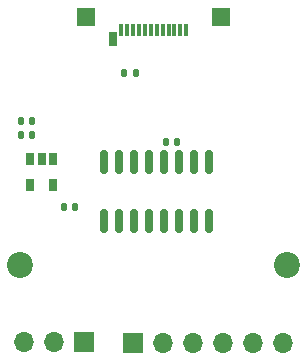
<source format=gbr>
%TF.GenerationSoftware,KiCad,Pcbnew,8.0.3*%
%TF.CreationDate,2024-07-14T10:18:13+10:00*%
%TF.ProjectId,USB-C to UART,5553422d-4320-4746-9f20-554152542e6b,rev?*%
%TF.SameCoordinates,Original*%
%TF.FileFunction,Soldermask,Top*%
%TF.FilePolarity,Negative*%
%FSLAX46Y46*%
G04 Gerber Fmt 4.6, Leading zero omitted, Abs format (unit mm)*
G04 Created by KiCad (PCBNEW 8.0.3) date 2024-07-14 10:18:13*
%MOMM*%
%LPD*%
G01*
G04 APERTURE LIST*
G04 Aperture macros list*
%AMRoundRect*
0 Rectangle with rounded corners*
0 $1 Rounding radius*
0 $2 $3 $4 $5 $6 $7 $8 $9 X,Y pos of 4 corners*
0 Add a 4 corners polygon primitive as box body*
4,1,4,$2,$3,$4,$5,$6,$7,$8,$9,$2,$3,0*
0 Add four circle primitives for the rounded corners*
1,1,$1+$1,$2,$3*
1,1,$1+$1,$4,$5*
1,1,$1+$1,$6,$7*
1,1,$1+$1,$8,$9*
0 Add four rect primitives between the rounded corners*
20,1,$1+$1,$2,$3,$4,$5,0*
20,1,$1+$1,$4,$5,$6,$7,0*
20,1,$1+$1,$6,$7,$8,$9,0*
20,1,$1+$1,$8,$9,$2,$3,0*%
G04 Aperture macros list end*
%ADD10RoundRect,0.140000X0.140000X0.170000X-0.140000X0.170000X-0.140000X-0.170000X0.140000X-0.170000X0*%
%ADD11RoundRect,0.135000X-0.135000X-0.185000X0.135000X-0.185000X0.135000X0.185000X-0.135000X0.185000X0*%
%ADD12R,0.650000X1.060000*%
%ADD13RoundRect,0.150000X-0.150000X0.825000X-0.150000X-0.825000X0.150000X-0.825000X0.150000X0.825000X0*%
%ADD14RoundRect,0.140000X-0.140000X-0.170000X0.140000X-0.170000X0.140000X0.170000X-0.140000X0.170000X0*%
%ADD15C,2.200000*%
%ADD16R,1.700000X1.700000*%
%ADD17O,1.700000X1.700000*%
%ADD18R,1.500000X1.500000*%
%ADD19R,0.300000X1.000000*%
%ADD20R,0.700000X1.150000*%
G04 APERTURE END LIST*
D10*
%TO.C,C3*%
X81910000Y24610000D03*
X80950000Y24610000D03*
%TD*%
D11*
%TO.C,R1*%
X89670000Y29930000D03*
X90690000Y29930000D03*
%TD*%
D12*
%TO.C,U2*%
X83640000Y22600000D03*
X82690000Y22600000D03*
X81740000Y22600000D03*
X81740000Y20400000D03*
X83640000Y20400000D03*
%TD*%
D13*
%TO.C,U1*%
X96875000Y22335000D03*
X95605000Y22335000D03*
X94335000Y22335000D03*
X93065000Y22335000D03*
X91795000Y22335000D03*
X90525000Y22335000D03*
X89255000Y22335000D03*
X87985000Y22335000D03*
X87985000Y17385000D03*
X89255000Y17385000D03*
X90525000Y17385000D03*
X91795000Y17385000D03*
X93065000Y17385000D03*
X94335000Y17385000D03*
X95605000Y17385000D03*
X96875000Y17385000D03*
%TD*%
D14*
%TO.C,C4*%
X84580000Y18550000D03*
X85540000Y18550000D03*
%TD*%
D15*
%TO.C,H1*%
X80880000Y13610000D03*
%TD*%
D10*
%TO.C,C1*%
X81910000Y25860000D03*
X80950000Y25860000D03*
%TD*%
D16*
%TO.C,J1*%
X90430000Y7000000D03*
D17*
X92970000Y7000000D03*
X95510000Y7000000D03*
X98050000Y7000000D03*
X100590000Y7000000D03*
X103130000Y7000000D03*
%TD*%
D16*
%TO.C,JP1*%
X86250000Y7080000D03*
D17*
X83710000Y7080000D03*
X81170000Y7080000D03*
%TD*%
D18*
%TO.C,TP3*%
X97880000Y34610000D03*
%TD*%
D14*
%TO.C,C2*%
X93220000Y24060000D03*
X94180000Y24060000D03*
%TD*%
D18*
%TO.C,TP1*%
X86480000Y34610000D03*
%TD*%
D15*
%TO.C,H2*%
X103480000Y13610000D03*
%TD*%
D19*
%TO.C,P1*%
X89430000Y33570000D03*
X89930000Y33570000D03*
X90430000Y33570000D03*
X90930000Y33570000D03*
X91430000Y33570000D03*
X91930000Y33570000D03*
X92430000Y33570000D03*
X92930000Y33570000D03*
X93430000Y33570000D03*
X93930000Y33570000D03*
X94430000Y33570000D03*
X94930000Y33570000D03*
D20*
X88760000Y32730000D03*
%TD*%
M02*

</source>
